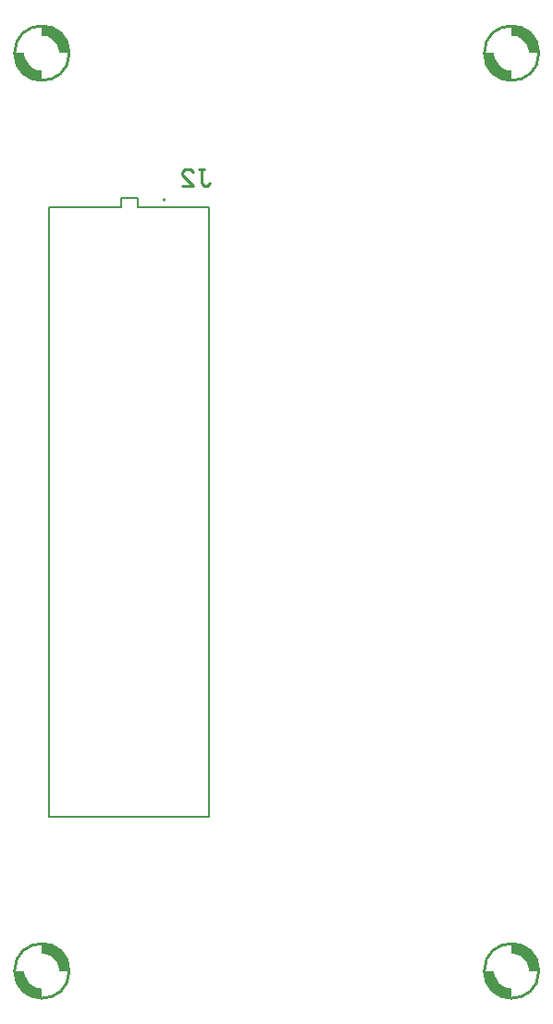
<source format=gbr>
%TF.GenerationSoftware,Altium Limited,Altium Designer,21.5.1 (32)*%
G04 Layer_Color=32896*
%FSLAX45Y45*%
%MOMM*%
%TF.SameCoordinates,51D5493F-A844-4614-94AE-4B196E198A34*%
%TF.FilePolarity,Positive*%
%TF.FileFunction,Legend,Bot*%
%TF.Part,Single*%
G01*
G75*
%TA.AperFunction,NonConductor*%
%ADD33C,0.19990*%
%ADD34C,0.25400*%
%ADD35C,0.12700*%
G36*
X472921Y640392D02*
X518418Y621547D01*
X559363Y594188D01*
X594185Y559366D01*
X621544Y518421D01*
X640389Y472924D01*
X649997Y424625D01*
Y400003D01*
X649997D01*
X560024Y399999D01*
X559166Y415654D01*
X552917Y446344D01*
X540844Y475243D01*
X523404Y501258D01*
X501258Y523404D01*
X475243Y540844D01*
X446344Y552916D01*
X415654Y559166D01*
X399999Y560024D01*
X400000Y560024D01*
Y650000D01*
X424622D01*
X472921Y640392D01*
D02*
G37*
G36*
X240834Y384345D02*
X247083Y353656D01*
X259156Y324757D01*
X276596Y298742D01*
X298742Y276596D01*
X324757Y259156D01*
X353656Y247083D01*
X384346Y240834D01*
X400000Y239976D01*
X400000D01*
X400000Y150000D01*
X375377D01*
X327079Y159608D01*
X281582Y178453D01*
X240637Y205812D01*
X205815Y240634D01*
X178456Y281579D01*
X159611Y327076D01*
X150003Y375374D01*
Y399997D01*
Y399997D01*
X239976Y400000D01*
X240834Y384345D01*
D02*
G37*
G36*
X4772921Y640392D02*
X4818418Y621547D01*
X4859363Y594188D01*
X4894185Y559366D01*
X4921544Y518421D01*
X4940389Y472924D01*
X4949997Y424625D01*
Y400003D01*
X4949997D01*
X4860024Y399999D01*
X4859166Y415654D01*
X4852917Y446344D01*
X4840844Y475243D01*
X4823404Y501258D01*
X4801258Y523404D01*
X4775243Y540844D01*
X4746344Y552916D01*
X4715654Y559166D01*
X4699999Y560024D01*
X4700000Y560024D01*
Y650000D01*
X4724623D01*
X4772921Y640392D01*
D02*
G37*
G36*
X4540834Y384345D02*
X4547083Y353656D01*
X4559156Y324757D01*
X4576596Y298742D01*
X4598742Y276596D01*
X4624757Y259156D01*
X4653656Y247083D01*
X4684346Y240834D01*
X4700001Y239976D01*
X4700000D01*
X4700000Y150000D01*
X4675377D01*
X4627079Y159608D01*
X4581582Y178453D01*
X4540637Y205812D01*
X4505815Y240634D01*
X4478456Y281579D01*
X4459611Y327076D01*
X4450003Y375374D01*
Y399997D01*
Y399997D01*
X4539976Y400000D01*
X4540834Y384345D01*
D02*
G37*
G36*
X472921Y9040392D02*
X518418Y9021547D01*
X559363Y8994188D01*
X594185Y8959366D01*
X621544Y8918421D01*
X640389Y8872924D01*
X649997Y8824625D01*
Y8800003D01*
X649997D01*
X560024Y8799999D01*
X559166Y8815654D01*
X552917Y8846344D01*
X540844Y8875243D01*
X523404Y8901258D01*
X501258Y8923404D01*
X475243Y8940844D01*
X446344Y8952916D01*
X415654Y8959166D01*
X399999Y8960024D01*
X400000Y8960024D01*
Y9050000D01*
X424622D01*
X472921Y9040392D01*
D02*
G37*
G36*
X240834Y8784345D02*
X247083Y8753656D01*
X259156Y8724757D01*
X276596Y8698742D01*
X298742Y8676596D01*
X324757Y8659156D01*
X353656Y8647083D01*
X384346Y8640834D01*
X400000Y8639976D01*
X400000D01*
X400000Y8550000D01*
X375377D01*
X327079Y8559607D01*
X281582Y8578453D01*
X240637Y8605812D01*
X205815Y8640633D01*
X178456Y8681579D01*
X159611Y8727076D01*
X150003Y8775374D01*
Y8799997D01*
Y8799997D01*
X239976Y8800000D01*
X240834Y8784345D01*
D02*
G37*
G36*
X4772921Y9040392D02*
X4818418Y9021547D01*
X4859363Y8994188D01*
X4894185Y8959366D01*
X4921544Y8918421D01*
X4940389Y8872924D01*
X4949997Y8824625D01*
Y8800003D01*
X4949997D01*
X4860024Y8799999D01*
X4859166Y8815654D01*
X4852917Y8846344D01*
X4840844Y8875243D01*
X4823404Y8901258D01*
X4801258Y8923404D01*
X4775243Y8940844D01*
X4746344Y8952916D01*
X4715654Y8959166D01*
X4699999Y8960024D01*
X4700000Y8960024D01*
Y9050000D01*
X4724623D01*
X4772921Y9040392D01*
D02*
G37*
G36*
X4540834Y8784345D02*
X4547083Y8753656D01*
X4559156Y8724757D01*
X4576596Y8698742D01*
X4598742Y8676596D01*
X4624757Y8659156D01*
X4653656Y8647083D01*
X4684346Y8640834D01*
X4700001Y8639976D01*
X4700000D01*
X4700000Y8550000D01*
X4675377D01*
X4627079Y8559607D01*
X4581582Y8578453D01*
X4540637Y8605812D01*
X4505815Y8640633D01*
X4478456Y8681579D01*
X4459611Y8727076D01*
X4450003Y8775374D01*
Y8799997D01*
Y8799997D01*
X4539976Y8800000D01*
X4540834Y8784345D01*
D02*
G37*
D33*
X1529997Y7459989D02*
G03*
X1529997Y7459989I-10008J0D01*
G01*
D34*
X650000Y400000D02*
G03*
X650000Y400000I-250000J0D01*
G01*
Y8800000D02*
G03*
X650000Y8800000I-250000J0D01*
G01*
X4950000D02*
G03*
X4950000Y8800000I-250000J0D01*
G01*
Y400000D02*
G03*
X4950000Y400000I-250000J0D01*
G01*
X1836453Y7736791D02*
X1887237D01*
X1861845D01*
Y7609832D01*
X1887237Y7584440D01*
X1912628D01*
X1938020Y7609832D01*
X1684102Y7584440D02*
X1785669D01*
X1684102Y7686007D01*
Y7711399D01*
X1709494Y7736791D01*
X1760277D01*
X1785669Y7711399D01*
D35*
X1275997Y7388996D02*
X1934009D01*
X465991D02*
X1124003D01*
X465991Y1811004D02*
X1934009D01*
Y7388996D01*
X1124003Y7477998D02*
X1275997D01*
X465991Y1811004D02*
Y7388996D01*
X1275997D02*
Y7477998D01*
X1124003Y7388996D02*
Y7477998D01*
%TF.MD5,7e5167d1f0f556d33ae5cfdfe2cc25d2*%
M02*

</source>
